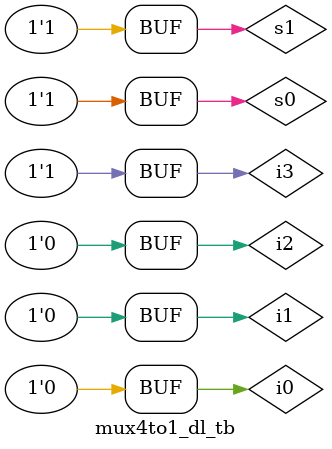
<source format=v>
module mux4to1_dl(s0, s1, i0, i1, i2, i3, y);
input s0, s1, i0, i1, i2, i3;
output y;

assign y = ((~s0)&(~s1)&i0)|((~s0)&(s1)&i1)|((~0)&(~s1)&i2)|((s0)&(s1)&i3);

endmodule

module mux4to1_dl_tb;

reg s0, s1, i0, i1, i2, i3;
wire y;

mux4to1_dl i(s0, s1, i0, i1, i2, i3, y);

initial
begin
	s0 = 1'b0; s1 = 1'b0; i0 = 1'b0; i1 = 1'b0; i2 = 1'b0; i3 = 1'b0;
	$monitor ("Time:%f, s0:%b s1:%b i0:%b i1:%b i2:%b i3:%b y:%b",$time, s0, s1, i0, i1, i2, i3, y);
	#5 s0 = 1'b0; s1 = 1'b0; i0 = 1'b0; i1 = 1'b0; i2 = 1'b0; i3 = 1'b0;
	#5 s0 = 1'b0; s1 = 1'b0; i0 = 1'b1; i1 = 1'b0; i2 = 1'b0; i3 = 1'b0;
	#5 s0 = 1'b0; s1 = 1'b1; i0 = 1'b0; i1 = 1'b0; i2 = 1'b0; i3 = 1'b0;
	#5 s0 = 1'b0; s1 = 1'b1; i0 = 1'b0; i1 = 1'b1; i2 = 1'b0; i3 = 1'b0;
	#5 s0 = 1'b1; s1 = 1'b0; i0 = 1'b0; i1 = 1'b0; i2 = 1'b0; i3 = 1'b0;
	#5 s0 = 1'b1; s1 = 1'b0; i0 = 1'b0; i1 = 1'b0; i2 = 1'b1; i3 = 1'b0;
	#5 s0 = 1'b1; s1 = 1'b1; i0 = 1'b0; i1 = 1'b0; i2 = 1'b0; i3 = 1'b0;
	#5 s0 = 1'b1; s1 = 1'b1; i0 = 1'b0; i1 = 1'b0; i2 = 1'b0; i3 = 1'b1;
end
endmodule
</source>
